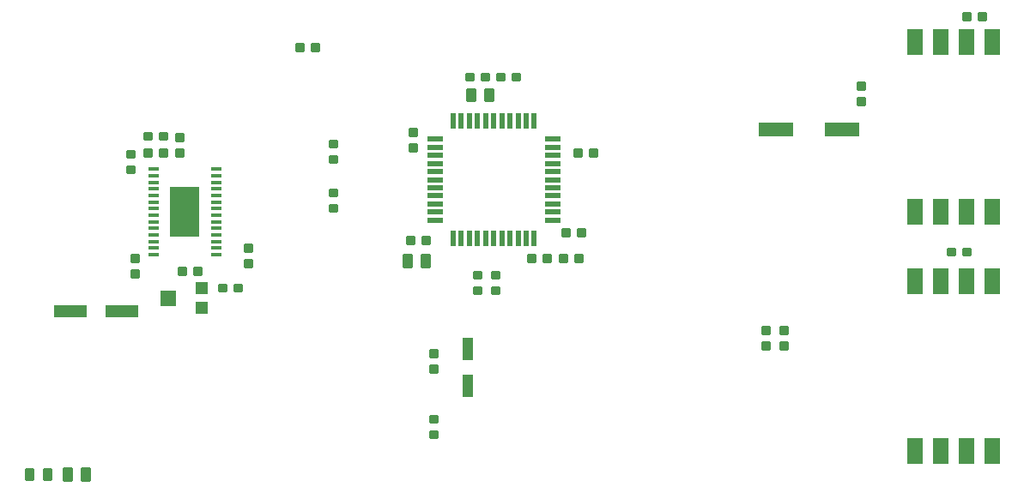
<source format=gtp>
G04 EAGLE Gerber RS-274X export*
G75*
%MOMM*%
%FSLAX34Y34*%
%LPD*%
%INTop Paste*%
%IPPOS*%
%AMOC8*
5,1,8,0,0,1.08239X$1,22.5*%
G01*
%ADD10C,0.222250*%
%ADD11R,3.302000X1.270000*%
%ADD12R,1.066800X2.184400*%
%ADD13C,0.254000*%
%ADD14R,0.500000X1.500000*%
%ADD15R,1.500000X0.500000*%
%ADD16R,1.000000X0.350000*%
%ADD17R,3.000000X5.000000*%
%ADD18R,1.600000X1.500000*%
%ADD19R,1.200000X1.200000*%
%ADD20R,1.524000X2.540000*%
%ADD21R,3.500000X1.400000*%


D10*
X327184Y290354D02*
X327184Y283686D01*
X320516Y283686D01*
X320516Y290354D01*
X327184Y290354D01*
X327184Y285798D02*
X320516Y285798D01*
X320516Y287910D02*
X327184Y287910D01*
X327184Y290022D02*
X320516Y290022D01*
X327184Y298926D02*
X327184Y305594D01*
X327184Y298926D02*
X320516Y298926D01*
X320516Y305594D01*
X327184Y305594D01*
X327184Y301038D02*
X320516Y301038D01*
X320516Y303150D02*
X327184Y303150D01*
X327184Y305262D02*
X320516Y305262D01*
D11*
X115570Y185420D03*
X64770Y185420D03*
D12*
X457200Y147640D03*
X457200Y111440D03*
D10*
X144304Y354806D02*
X137636Y354806D01*
X137636Y361474D01*
X144304Y361474D01*
X144304Y354806D01*
X144304Y356918D02*
X137636Y356918D01*
X137636Y359030D02*
X144304Y359030D01*
X144304Y361142D02*
X137636Y361142D01*
X152876Y354806D02*
X159544Y354806D01*
X152876Y354806D02*
X152876Y361474D01*
X159544Y361474D01*
X159544Y354806D01*
X159544Y356918D02*
X152876Y356918D01*
X152876Y359030D02*
X159544Y359030D01*
X159544Y361142D02*
X152876Y361142D01*
X144304Y338296D02*
X137636Y338296D01*
X137636Y344964D01*
X144304Y344964D01*
X144304Y338296D01*
X144304Y340408D02*
X137636Y340408D01*
X137636Y342520D02*
X144304Y342520D01*
X144304Y344632D02*
X137636Y344632D01*
X152876Y338296D02*
X159544Y338296D01*
X152876Y338296D02*
X152876Y344964D01*
X159544Y344964D01*
X159544Y338296D01*
X159544Y340408D02*
X152876Y340408D01*
X152876Y342520D02*
X159544Y342520D01*
X159544Y344632D02*
X152876Y344632D01*
X327184Y338614D02*
X327184Y331946D01*
X320516Y331946D01*
X320516Y338614D01*
X327184Y338614D01*
X327184Y334058D02*
X320516Y334058D01*
X320516Y336170D02*
X327184Y336170D01*
X327184Y338282D02*
X320516Y338282D01*
X327184Y347186D02*
X327184Y353854D01*
X327184Y347186D02*
X320516Y347186D01*
X320516Y353854D01*
X327184Y353854D01*
X327184Y349298D02*
X320516Y349298D01*
X320516Y351410D02*
X327184Y351410D01*
X327184Y353522D02*
X320516Y353522D01*
X121126Y343694D02*
X121126Y337026D01*
X121126Y343694D02*
X127794Y343694D01*
X127794Y337026D01*
X121126Y337026D01*
X121126Y339138D02*
X127794Y339138D01*
X127794Y341250D02*
X121126Y341250D01*
X121126Y343362D02*
X127794Y343362D01*
X121126Y328454D02*
X121126Y321786D01*
X121126Y328454D02*
X127794Y328454D01*
X127794Y321786D01*
X121126Y321786D01*
X121126Y323898D02*
X127794Y323898D01*
X127794Y326010D02*
X121126Y326010D01*
X121126Y328122D02*
X127794Y328122D01*
X211296Y204946D02*
X217964Y204946D01*
X211296Y204946D02*
X211296Y211614D01*
X217964Y211614D01*
X217964Y204946D01*
X217964Y207058D02*
X211296Y207058D01*
X211296Y209170D02*
X217964Y209170D01*
X217964Y211282D02*
X211296Y211282D01*
X226536Y204946D02*
X233204Y204946D01*
X226536Y204946D02*
X226536Y211614D01*
X233204Y211614D01*
X233204Y204946D01*
X233204Y207058D02*
X226536Y207058D01*
X226536Y209170D02*
X233204Y209170D01*
X233204Y211282D02*
X226536Y211282D01*
X131604Y218916D02*
X131604Y225584D01*
X131604Y218916D02*
X124936Y218916D01*
X124936Y225584D01*
X131604Y225584D01*
X131604Y221028D02*
X124936Y221028D01*
X124936Y223140D02*
X131604Y223140D01*
X131604Y225252D02*
X124936Y225252D01*
X131604Y234156D02*
X131604Y240824D01*
X131604Y234156D02*
X124936Y234156D01*
X124936Y240824D01*
X131604Y240824D01*
X131604Y236268D02*
X124936Y236268D01*
X124936Y238380D02*
X131604Y238380D01*
X131604Y240492D02*
X124936Y240492D01*
X426244Y66834D02*
X426244Y60166D01*
X419576Y60166D01*
X419576Y66834D01*
X426244Y66834D01*
X426244Y62278D02*
X419576Y62278D01*
X419576Y64390D02*
X426244Y64390D01*
X426244Y66502D02*
X419576Y66502D01*
X426244Y75406D02*
X426244Y82074D01*
X426244Y75406D02*
X419576Y75406D01*
X419576Y82074D01*
X426244Y82074D01*
X426244Y77518D02*
X419576Y77518D01*
X419576Y79630D02*
X426244Y79630D01*
X426244Y81742D02*
X419576Y81742D01*
X500856Y419894D02*
X507524Y419894D01*
X507524Y413226D01*
X500856Y413226D01*
X500856Y419894D01*
X500856Y415338D02*
X507524Y415338D01*
X507524Y417450D02*
X500856Y417450D01*
X500856Y419562D02*
X507524Y419562D01*
X492284Y419894D02*
X485616Y419894D01*
X492284Y419894D02*
X492284Y413226D01*
X485616Y413226D01*
X485616Y419894D01*
X485616Y415338D02*
X492284Y415338D01*
X492284Y417450D02*
X485616Y417450D01*
X485616Y419562D02*
X492284Y419562D01*
X426244Y131604D02*
X426244Y124936D01*
X419576Y124936D01*
X419576Y131604D01*
X426244Y131604D01*
X426244Y127048D02*
X419576Y127048D01*
X419576Y129160D02*
X426244Y129160D01*
X426244Y131272D02*
X419576Y131272D01*
X426244Y140176D02*
X426244Y146844D01*
X426244Y140176D02*
X419576Y140176D01*
X419576Y146844D01*
X426244Y146844D01*
X426244Y142288D02*
X419576Y142288D01*
X419576Y144400D02*
X426244Y144400D01*
X426244Y146512D02*
X419576Y146512D01*
X399256Y358616D02*
X399256Y365284D01*
X405924Y365284D01*
X405924Y358616D01*
X399256Y358616D01*
X399256Y360728D02*
X405924Y360728D01*
X405924Y362840D02*
X399256Y362840D01*
X399256Y364952D02*
X405924Y364952D01*
X399256Y350044D02*
X399256Y343376D01*
X399256Y350044D02*
X405924Y350044D01*
X405924Y343376D01*
X399256Y343376D01*
X399256Y345488D02*
X405924Y345488D01*
X405924Y347600D02*
X399256Y347600D01*
X399256Y349712D02*
X405924Y349712D01*
X565626Y266224D02*
X572294Y266224D01*
X572294Y259556D01*
X565626Y259556D01*
X565626Y266224D01*
X565626Y261668D02*
X572294Y261668D01*
X572294Y263780D02*
X565626Y263780D01*
X565626Y265892D02*
X572294Y265892D01*
X557054Y266224D02*
X550386Y266224D01*
X557054Y266224D02*
X557054Y259556D01*
X550386Y259556D01*
X550386Y266224D01*
X550386Y261668D02*
X557054Y261668D01*
X557054Y263780D02*
X550386Y263780D01*
X550386Y265892D02*
X557054Y265892D01*
X577056Y344964D02*
X583724Y344964D01*
X583724Y338296D01*
X577056Y338296D01*
X577056Y344964D01*
X577056Y340408D02*
X583724Y340408D01*
X583724Y342520D02*
X577056Y342520D01*
X577056Y344632D02*
X583724Y344632D01*
X568484Y344964D02*
X561816Y344964D01*
X568484Y344964D02*
X568484Y338296D01*
X561816Y338296D01*
X561816Y344964D01*
X561816Y340408D02*
X568484Y340408D01*
X568484Y342520D02*
X561816Y342520D01*
X561816Y344632D02*
X568484Y344632D01*
X403384Y251936D02*
X396716Y251936D01*
X396716Y258604D01*
X403384Y258604D01*
X403384Y251936D01*
X403384Y254048D02*
X396716Y254048D01*
X396716Y256160D02*
X403384Y256160D01*
X403384Y258272D02*
X396716Y258272D01*
X411956Y251936D02*
X418624Y251936D01*
X411956Y251936D02*
X411956Y258604D01*
X418624Y258604D01*
X418624Y251936D01*
X418624Y254048D02*
X411956Y254048D01*
X411956Y256160D02*
X418624Y256160D01*
X418624Y258272D02*
X411956Y258272D01*
X470376Y419894D02*
X477044Y419894D01*
X477044Y413226D01*
X470376Y413226D01*
X470376Y419894D01*
X470376Y415338D02*
X477044Y415338D01*
X477044Y417450D02*
X470376Y417450D01*
X470376Y419562D02*
X477044Y419562D01*
X461804Y419894D02*
X455136Y419894D01*
X461804Y419894D02*
X461804Y413226D01*
X455136Y413226D01*
X455136Y419894D01*
X455136Y415338D02*
X461804Y415338D01*
X461804Y417450D02*
X455136Y417450D01*
X455136Y419562D02*
X461804Y419562D01*
D13*
X463550Y393065D02*
X455930Y393065D01*
X455930Y404495D01*
X463550Y404495D01*
X463550Y393065D01*
X463550Y395478D02*
X455930Y395478D01*
X455930Y397891D02*
X463550Y397891D01*
X463550Y400304D02*
X455930Y400304D01*
X455930Y402717D02*
X463550Y402717D01*
X473710Y393065D02*
X481330Y393065D01*
X473710Y393065D02*
X473710Y404495D01*
X481330Y404495D01*
X481330Y393065D01*
X481330Y395478D02*
X473710Y395478D01*
X473710Y397891D02*
X481330Y397891D01*
X481330Y400304D02*
X473710Y400304D01*
X473710Y402717D02*
X481330Y402717D01*
D10*
X45244Y29369D02*
X38576Y29369D01*
X45244Y29369D02*
X45244Y18891D01*
X38576Y18891D01*
X38576Y29369D01*
X38576Y21003D02*
X45244Y21003D01*
X45244Y23115D02*
X38576Y23115D01*
X38576Y25227D02*
X45244Y25227D01*
X45244Y27339D02*
X38576Y27339D01*
X27464Y29369D02*
X20796Y29369D01*
X27464Y29369D02*
X27464Y18891D01*
X20796Y18891D01*
X20796Y29369D01*
X20796Y21003D02*
X27464Y21003D01*
X27464Y23115D02*
X20796Y23115D01*
X20796Y25227D02*
X27464Y25227D01*
X27464Y27339D02*
X20796Y27339D01*
D13*
X393700Y229235D02*
X401320Y229235D01*
X393700Y229235D02*
X393700Y240665D01*
X401320Y240665D01*
X401320Y229235D01*
X401320Y231648D02*
X393700Y231648D01*
X393700Y234061D02*
X401320Y234061D01*
X401320Y236474D02*
X393700Y236474D01*
X393700Y238887D02*
X401320Y238887D01*
X411480Y229235D02*
X419100Y229235D01*
X411480Y229235D02*
X411480Y240665D01*
X419100Y240665D01*
X419100Y229235D01*
X419100Y231648D02*
X411480Y231648D01*
X411480Y234061D02*
X419100Y234061D01*
X419100Y236474D02*
X411480Y236474D01*
X411480Y238887D02*
X419100Y238887D01*
D10*
X294164Y442436D02*
X287496Y442436D01*
X287496Y449104D01*
X294164Y449104D01*
X294164Y442436D01*
X294164Y444548D02*
X287496Y444548D01*
X287496Y446660D02*
X294164Y446660D01*
X294164Y448772D02*
X287496Y448772D01*
X302736Y442436D02*
X309404Y442436D01*
X302736Y442436D02*
X302736Y449104D01*
X309404Y449104D01*
X309404Y442436D01*
X309404Y444548D02*
X302736Y444548D01*
X302736Y446660D02*
X309404Y446660D01*
X309404Y448772D02*
X302736Y448772D01*
X176054Y344964D02*
X176054Y338296D01*
X169386Y338296D01*
X169386Y344964D01*
X176054Y344964D01*
X176054Y340408D02*
X169386Y340408D01*
X169386Y342520D02*
X176054Y342520D01*
X176054Y344632D02*
X169386Y344632D01*
X176054Y353536D02*
X176054Y360204D01*
X176054Y353536D02*
X169386Y353536D01*
X169386Y360204D01*
X176054Y360204D01*
X176054Y355648D02*
X169386Y355648D01*
X169386Y357760D02*
X176054Y357760D01*
X176054Y359872D02*
X169386Y359872D01*
X753904Y154464D02*
X753904Y147796D01*
X747236Y147796D01*
X747236Y154464D01*
X753904Y154464D01*
X753904Y149908D02*
X747236Y149908D01*
X747236Y152020D02*
X753904Y152020D01*
X753904Y154132D02*
X747236Y154132D01*
X753904Y163036D02*
X753904Y169704D01*
X753904Y163036D02*
X747236Y163036D01*
X747236Y169704D01*
X753904Y169704D01*
X753904Y165148D02*
X747236Y165148D01*
X747236Y167260D02*
X753904Y167260D01*
X753904Y169372D02*
X747236Y169372D01*
X243364Y229076D02*
X243364Y235744D01*
X243364Y229076D02*
X236696Y229076D01*
X236696Y235744D01*
X243364Y235744D01*
X243364Y231188D02*
X236696Y231188D01*
X236696Y233300D02*
X243364Y233300D01*
X243364Y235412D02*
X236696Y235412D01*
X243364Y244316D02*
X243364Y250984D01*
X243364Y244316D02*
X236696Y244316D01*
X236696Y250984D01*
X243364Y250984D01*
X243364Y246428D02*
X236696Y246428D01*
X236696Y248540D02*
X243364Y248540D01*
X243364Y250652D02*
X236696Y250652D01*
X178594Y221456D02*
X171926Y221456D01*
X171926Y228124D01*
X178594Y228124D01*
X178594Y221456D01*
X178594Y223568D02*
X171926Y223568D01*
X171926Y225680D02*
X178594Y225680D01*
X178594Y227792D02*
X171926Y227792D01*
X187166Y221456D02*
X193834Y221456D01*
X187166Y221456D02*
X187166Y228124D01*
X193834Y228124D01*
X193834Y221456D01*
X193834Y223568D02*
X187166Y223568D01*
X187166Y225680D02*
X193834Y225680D01*
X193834Y227792D02*
X187166Y227792D01*
X771684Y154464D02*
X771684Y147796D01*
X765016Y147796D01*
X765016Y154464D01*
X771684Y154464D01*
X771684Y149908D02*
X765016Y149908D01*
X765016Y152020D02*
X771684Y152020D01*
X771684Y154132D02*
X765016Y154132D01*
X771684Y163036D02*
X771684Y169704D01*
X771684Y163036D02*
X765016Y163036D01*
X765016Y169704D01*
X771684Y169704D01*
X771684Y165148D02*
X765016Y165148D01*
X765016Y167260D02*
X771684Y167260D01*
X771684Y169372D02*
X765016Y169372D01*
D13*
X83820Y29845D02*
X76200Y29845D01*
X83820Y29845D02*
X83820Y18415D01*
X76200Y18415D01*
X76200Y29845D01*
X76200Y20828D02*
X83820Y20828D01*
X83820Y23241D02*
X76200Y23241D01*
X76200Y25654D02*
X83820Y25654D01*
X83820Y28067D02*
X76200Y28067D01*
X66040Y29845D02*
X58420Y29845D01*
X66040Y29845D02*
X66040Y18415D01*
X58420Y18415D01*
X58420Y29845D01*
X58420Y20828D02*
X66040Y20828D01*
X66040Y23241D02*
X58420Y23241D01*
X58420Y25654D02*
X66040Y25654D01*
X66040Y28067D02*
X58420Y28067D01*
D10*
X563086Y240824D02*
X569754Y240824D01*
X569754Y234156D01*
X563086Y234156D01*
X563086Y240824D01*
X563086Y236268D02*
X569754Y236268D01*
X569754Y238380D02*
X563086Y238380D01*
X563086Y240492D02*
X569754Y240492D01*
X554514Y240824D02*
X547846Y240824D01*
X554514Y240824D02*
X554514Y234156D01*
X547846Y234156D01*
X547846Y240824D01*
X547846Y236268D02*
X554514Y236268D01*
X554514Y238380D02*
X547846Y238380D01*
X547846Y240492D02*
X554514Y240492D01*
D14*
X522600Y372960D03*
X514600Y372960D03*
X506600Y372960D03*
X498600Y372960D03*
X490600Y372960D03*
X482600Y372960D03*
X474600Y372960D03*
X466600Y372960D03*
X458600Y372960D03*
X450600Y372960D03*
X442600Y372960D03*
D15*
X424600Y354960D03*
X424600Y346960D03*
X424600Y338960D03*
X424600Y330960D03*
X424600Y322960D03*
X424600Y314960D03*
X424600Y306960D03*
X424600Y298960D03*
X424600Y290960D03*
X424600Y282960D03*
X424600Y274960D03*
D14*
X442600Y256960D03*
X450600Y256960D03*
X458600Y256960D03*
X466600Y256960D03*
X474600Y256960D03*
X482600Y256960D03*
X490600Y256960D03*
X498600Y256960D03*
X506600Y256960D03*
X514600Y256960D03*
X522600Y256960D03*
D15*
X540600Y274960D03*
X540600Y282960D03*
X540600Y290960D03*
X540600Y298960D03*
X540600Y306960D03*
X540600Y314960D03*
X540600Y322960D03*
X540600Y330960D03*
X540600Y338960D03*
X540600Y346960D03*
X540600Y354960D03*
D16*
X146925Y325460D03*
X146925Y318960D03*
X146925Y312460D03*
X146925Y305960D03*
X146925Y299460D03*
X146925Y292960D03*
X146925Y286460D03*
X146925Y279960D03*
X146925Y273460D03*
X146925Y266960D03*
X146925Y260460D03*
X146925Y253960D03*
X146925Y247460D03*
X146925Y240960D03*
X208675Y240960D03*
X208675Y247460D03*
X208675Y253960D03*
X208675Y260460D03*
X208675Y266960D03*
X208675Y273460D03*
X208675Y279960D03*
X208675Y286460D03*
X208675Y292960D03*
X208675Y299460D03*
X208675Y305960D03*
X208675Y312460D03*
X208675Y318960D03*
X208675Y325460D03*
D17*
X177800Y283210D03*
D18*
X161530Y198120D03*
D19*
X194780Y188120D03*
X194780Y208120D03*
D20*
X974090Y450850D03*
X948690Y450850D03*
X923290Y450850D03*
X897890Y450850D03*
X897890Y283210D03*
X923290Y283210D03*
X948690Y283210D03*
X974090Y283210D03*
X974090Y214630D03*
X948690Y214630D03*
X923290Y214630D03*
X897890Y214630D03*
X897890Y46990D03*
X923290Y46990D03*
X948690Y46990D03*
X974090Y46990D03*
D10*
X841216Y404336D02*
X841216Y411004D01*
X847884Y411004D01*
X847884Y404336D01*
X841216Y404336D01*
X841216Y406448D02*
X847884Y406448D01*
X847884Y408560D02*
X841216Y408560D01*
X841216Y410672D02*
X847884Y410672D01*
X841216Y395764D02*
X841216Y389096D01*
X841216Y395764D02*
X847884Y395764D01*
X847884Y389096D01*
X841216Y389096D01*
X841216Y391208D02*
X847884Y391208D01*
X847884Y393320D02*
X841216Y393320D01*
X841216Y395432D02*
X847884Y395432D01*
D21*
X761250Y364490D03*
X826250Y364490D03*
D10*
X522764Y234156D02*
X516096Y234156D01*
X516096Y240824D01*
X522764Y240824D01*
X522764Y234156D01*
X522764Y236268D02*
X516096Y236268D01*
X516096Y238380D02*
X522764Y238380D01*
X522764Y240492D02*
X516096Y240492D01*
X531336Y234156D02*
X538004Y234156D01*
X531336Y234156D02*
X531336Y240824D01*
X538004Y240824D01*
X538004Y234156D01*
X538004Y236268D02*
X531336Y236268D01*
X531336Y238380D02*
X538004Y238380D01*
X538004Y240492D02*
X531336Y240492D01*
X462756Y224314D02*
X462756Y217646D01*
X462756Y224314D02*
X469424Y224314D01*
X469424Y217646D01*
X462756Y217646D01*
X462756Y219758D02*
X469424Y219758D01*
X469424Y221870D02*
X462756Y221870D01*
X462756Y223982D02*
X469424Y223982D01*
X462756Y209074D02*
X462756Y202406D01*
X462756Y209074D02*
X469424Y209074D01*
X469424Y202406D01*
X462756Y202406D01*
X462756Y204518D02*
X469424Y204518D01*
X469424Y206630D02*
X462756Y206630D01*
X462756Y208742D02*
X469424Y208742D01*
X480536Y217646D02*
X480536Y224314D01*
X487204Y224314D01*
X487204Y217646D01*
X480536Y217646D01*
X480536Y219758D02*
X487204Y219758D01*
X487204Y221870D02*
X480536Y221870D01*
X480536Y223982D02*
X487204Y223982D01*
X480536Y209074D02*
X480536Y202406D01*
X480536Y209074D02*
X487204Y209074D01*
X487204Y202406D01*
X480536Y202406D01*
X480536Y204518D02*
X487204Y204518D01*
X487204Y206630D02*
X480536Y206630D01*
X480536Y208742D02*
X487204Y208742D01*
X945356Y472916D02*
X952024Y472916D01*
X945356Y472916D02*
X945356Y479584D01*
X952024Y479584D01*
X952024Y472916D01*
X952024Y475028D02*
X945356Y475028D01*
X945356Y477140D02*
X952024Y477140D01*
X952024Y479252D02*
X945356Y479252D01*
X960596Y472916D02*
X967264Y472916D01*
X960596Y472916D02*
X960596Y479584D01*
X967264Y479584D01*
X967264Y472916D01*
X967264Y475028D02*
X960596Y475028D01*
X960596Y477140D02*
X967264Y477140D01*
X967264Y479252D02*
X960596Y479252D01*
X952024Y247174D02*
X945356Y247174D01*
X952024Y247174D02*
X952024Y240506D01*
X945356Y240506D01*
X945356Y247174D01*
X945356Y242618D02*
X952024Y242618D01*
X952024Y244730D02*
X945356Y244730D01*
X945356Y246842D02*
X952024Y246842D01*
X936784Y247174D02*
X930116Y247174D01*
X936784Y247174D02*
X936784Y240506D01*
X930116Y240506D01*
X930116Y247174D01*
X930116Y242618D02*
X936784Y242618D01*
X936784Y244730D02*
X930116Y244730D01*
X930116Y246842D02*
X936784Y246842D01*
M02*

</source>
